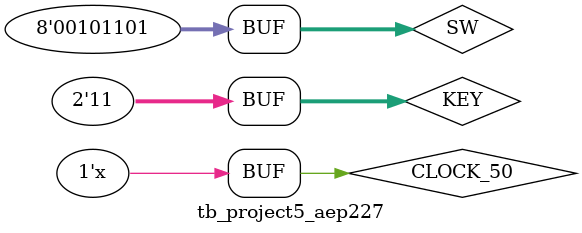
<source format=v>
/*
    Filename:    tb_project5_aep227.v
    Author:      Addison Powell
    Date:        December 8, 2019
    Version:     1
    Description: A testbench for the top level project 5 module
*/

`timescale 1ns/1ns

module tb_project5_aep227();
    reg           CLOCK_50;
    reg     [1:0] KEY;//Key0 is reset, Key1 is enter
    reg     [7:0] SW;//Data input

    wire    [6:0] HEX5, HEX4, HEX3, HEX2, HEX1, HEX0;//7-segment displays
    wire    [9:0] LED;
    
    //Function unit register outputs. Used in debugging
    wire     [7:0] opA2, opB2; 
	wire     [3:0] op_out2;
    wire     [2:0] state;

    wire    enter;
    wire [3:0] control;

    //This commented out version was used to confirm that the correct values were being read into the correct registers
    // project5Top DUT_debug(CLOCK_50, KEY, SW, HEX5, HEX4, HEX3, HEX2, HEX1, HEX0, LED, opA2, opB2, op_out2, state, enter, control);

    project5Top DUT(CLOCK_50, KEY, SW, HEX5, HEX4, HEX3, HEX2, HEX1, HEX0, LED);

    always begin
        #10;
        CLOCK_50 = ~CLOCK_50;
    end

    initial begin
        CLOCK_50 = 1'b0;
        KEY = 2'b11;
        SW = 8'b00000000;
        #3;
        KEY[0] = 1'b0;
        #3;
        KEY[0] = 1'b1;//Resets the system
        #80;//Should remain in LOAD_OP state

        // //AND ID test
        // SW = 8'b00000000;//And ID command
        // #2;
        // KEY[1] = 1'b0; #20; KEY[1] = 1'b1; //Enter pressed
        // #80;
        // SW = 8'b11111111;//Operand A
        // #2;
        // KEY[1] = 1'b0; #20; KEY[1] = 1'b1; //Enter pressed
        // #80;
        // SW = 8'b11111111;//Operand B
        // #2;
        // KEY[1] = 1'b0; #20; KEY[1] = 1'b1; //Enter pressed
        // #80;
        // //HEX[3:0] should change to the ID number (0x7383)


        // //NAND test
        // SW = 8'b00000001;//NAND command
        // #2;
        // KEY[1] = 1'b0; #20; KEY[1] = 1'b1; //Enter pressed
        // #80;
        // SW = 8'b10010100;//Operand A
        // #2;
        // KEY[1] = 1'b0; #20; KEY[1] = 1'b1; //Enter pressed
        // #80;
        // SW = 8'b10100110;//Operand B
        // #2;
        // KEY[1] = 1'b0; #20; KEY[1] = 1'b1; //Enter pressed
        // #80;
        // //HEX[3:0] should change to 0x007B


        // //NOR test
        // SW = 8'b00000010;//NOR command
        // #2;
        // KEY[1] = 1'b0; #20; KEY[1] = 1'b1; //Enter pressed
        // #80;
        // SW = 8'b10110101;//Operand A
        // #2;
        // KEY[1] = 1'b0; #20; KEY[1] = 1'b1; //Enter pressed
        // #80;
        // SW = 8'b00100101;//Operand B
        // #2;
        // KEY[1] = 1'b0; #20; KEY[1] = 1'b1; //Enter pressed
        // #80;
        // //HEX[3:0] should change to 0x004A


        // //XOR test
        // SW = 8'b00000011;//XOR command
        // #2;
        // KEY[1] = 1'b0; #20; KEY[1] = 1'b1; //Enter pressed
        // #80;
        // SW = 8'b01001011;//Operand A
        // #2;
        // KEY[1] = 1'b0; #20; KEY[1] = 1'b1; //Enter pressed
        // #80;
        // SW = 8'b10110110;//Operand B
        // #2;
        // KEY[1] = 1'b0; #20; KEY[1] = 1'b1; //Enter pressed
        // #80;
        // //HEX[3:0] should change to 0x00FD


        // //1's complement test
        // SW = 8'b00000100;//1's complement command
        // #2;
        // KEY[1] = 1'b0; #20; KEY[1] = 1'b1; //Enter pressed
        // #80;
        // SW = 8'b00000101;//Operand A
        // #2;
        // KEY[1] = 1'b0; #20; KEY[1] = 1'b1; //Enter pressed
        // #80;//Hex display should correctly update after only 2 presses since there is no operand B
        // //HEX[3:0] should change to 0x00FA


        // //Addition test
        // SW = 8'b00000101;//Add command
        // #2;
        // KEY[1] = 1'b0; #20; KEY[1] = 1'b1; //Enter pressed
        // #80;
        // SW = 8'b01011100;//Operand A = 3
        // #2;
        // KEY[1] = 1'b0; #20; KEY[1] = 1'b1; //Enter pressed
        // #80;
        // SW = 8'b00010101;//Operand B = 2
        // #2;
        // KEY[1] = 1'b0; #20; KEY[1] = 1'b1; //Enter pressed
        // #80;
        // //HEX[3:0] should change to 0x0071


        // //Subtract test
        // SW = 8'b00000110;//Subtract command
        // #2;
        // KEY[1] = 1'b0; #20; KEY[1] = 1'b1; //Enter pressed
        // #80;
        // SW = 8'b00000111;//Operand A
        // #2;
        // KEY[1] = 1'b0; #20; KEY[1] = 1'b1; //Enter pressed
        // #80;
        // SW = 8'b00000011;//Operand B
        // #2;
        // KEY[1] = 1'b0; #20; KEY[1] = 1'b1; //Enter pressed
        // #80;
        // //HEX[3:0] should change to 0x0004


        // //Negate test
        // SW = 8'b00000111;//Negate command
        // #2;
        // KEY[1] = 1'b0; #20; KEY[1] = 1'b1; //Enter pressed
        // #80;
        // SW = 8'b00001000;//Operand A
        // #2;
        // KEY[1] = 1'b0; #20; KEY[1] = 1'b1; //Enter pressed
        // #80;
        // //HEX[3:0] should change to 0xFFF8


        // //Arithmetic Shift Left
        // SW = 8'b00001000;//Arith Shift Left command
        // #2;
        // KEY[1] = 1'b0; #20; KEY[1] = 1'b1; //Enter pressed
        // #80;
        // SW = 8'b00000001;//Operand A
        // #2;
        // KEY[1] = 1'b0; #20; KEY[1] = 1'b1; //Enter pressed
        // #80;
        // SW = 8'b00000100;//Operand B
        // #2;
        // KEY[1] = 1'b0; #20; KEY[1] = 1'b1; //Enter pressed
        // #80;
        // //HEX[3:0] should change to 0x0010


        // //Arithmetic Shift Right
        // SW = 8'b00001001;//Arith Shift Right command
        // #2;
        // KEY[1] = 1'b0; #20; KEY[1] = 1'b1; //Enter pressed
        // #80;
        // SW = 8'b00010000;//Operand A
        // #2;
        // KEY[1] = 1'b0; #20; KEY[1] = 1'b1; //Enter pressed
        // #80;
        // SW = 8'b00000011;//Operand B
        // #2;
        // KEY[1] = 1'b0; #20; KEY[1] = 1'b1; //Enter pressed
        // #80;
        // //HEX[3:0] should change to 0x0002


        // //Rotate Left
        // SW = 8'b00001010;//Rotate Left command
        // #2;
        // KEY[1] = 1'b0; #20; KEY[1] = 1'b1; //Enter pressed
        // #80;
        // SW = 8'b11010111;//Operand A
        // #2;
        // KEY[1] = 1'b0; #20; KEY[1] = 1'b1; //Enter pressed
        // #80;
        // SW = 8'b00001010;//Operand B
        // #2;
        // KEY[1] = 1'b0; #20; KEY[1] = 1'b1; //Enter pressed
        // #80;
        // //HEX[3:0] should change to 0x5C03


        // //Rotate Right
        // SW = 8'b00001011;//Rotate Right command
        // #2;
        // KEY[1] = 1'b0; #20; KEY[1] = 1'b1; //Enter pressed
        // #80;
        // SW = 8'b10110101;//Operand A
        // #2;
        // KEY[1] = 1'b0; #20; KEY[1] = 1'b1; //Enter pressed
        // #80;
        // SW = 8'b00000111;//Operand B
        // #2;
        // KEY[1] = 1'b0; #20; KEY[1] = 1'b1; //Enter pressed
        // #80;
        // //HEX[3:0] should change to 0x6A01


        //Multiply Test of 16*3
        SW = 8'b00001100;//Multiply command
        #2;
        KEY[1] = 1'b0; #20; KEY[1] = 1'b1; //Enter pressed
        #80;

        SW = 8'b01100110;//Operand A
        #2;
        KEY[1] = 1'b0; #20; KEY[1] = 1'b1; //Enter pressed
        #80;

        SW = 8'b00101101;//Operand B
        #2;
        KEY[1] = 1'b0; #20; KEY[1] = 1'b1; //Enter pressed
        #80;
        //HEX[3:0] should change to 0x002D
        KEY[1] = 1'b0; #20; KEY[1] = 1'b1; //Enter pressed
        #80;
        //HEX[3:0] should change to 0x3316
        KEY[1] = 1'b0; #20; KEY[1] = 1'b1; //Enter pressed
        #80;
        //HEX[3:0] should change to 0x198B
        KEY[1] = 1'b0; #20; KEY[1] = 1'b1; //Enter pressed
        #80;
        //HEX[3:0] should change to 0x3FC5
        KEY[1] = 1'b0; #20; KEY[1] = 1'b1; //Enter pressed
        #80;
        //HEX[3:0] should change to 0x52E2
        KEY[1] = 1'b0; #20; KEY[1] = 1'b1; //Enter pressed
        #80;
        //HEX[3:0] should change to 0x2971
        KEY[1] = 1'b0; #20; KEY[1] = 1'b1; //Enter pressed
        #80;
        //HEX[3:0] should change to 0x47B8
        KEY[1] = 1'b0; #20; KEY[1] = 1'b1; //Enter pressed
        #80;
        //HEX[3:0] should change to 0x23DC
        KEY[1] = 1'b0; #20; KEY[1] = 1'b1; //Enter pressed
        #80;
        //HEX[3:0] should change to 0x11EE

    end

endmodule
</source>
